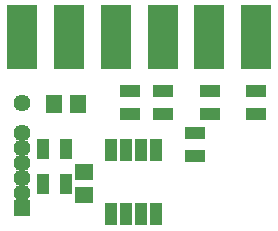
<source format=gbs>
G04 #@! TF.FileFunction,Soldermask,Bot*
%FSLAX46Y46*%
G04 Gerber Fmt 4.6, Leading zero omitted, Abs format (unit mm)*
G04 Created by KiCad (PCBNEW 4.0.5) date 11/08/17 13:58:34*
%MOMM*%
%LPD*%
G01*
G04 APERTURE LIST*
%ADD10C,0.100000*%
%ADD11R,1.000000X1.950000*%
%ADD12R,1.400000X1.650000*%
%ADD13R,1.650000X1.400000*%
%ADD14R,1.700000X1.100000*%
%ADD15R,1.441400X1.441400*%
%ADD16C,1.441400*%
%ADD17R,1.100000X1.700000*%
%ADD18R,2.650000X5.400000*%
G04 APERTURE END LIST*
D10*
D11*
X186690000Y-57691000D03*
X185420000Y-57691000D03*
X184150000Y-57691000D03*
X182880000Y-57691000D03*
X182880000Y-52291000D03*
X184150000Y-52291000D03*
X185420000Y-52291000D03*
X186690000Y-52291000D03*
D12*
X180086000Y-48387000D03*
X178086000Y-48387000D03*
D13*
X180594000Y-54118000D03*
X180594000Y-56118000D03*
D14*
X184531000Y-49210000D03*
X184531000Y-47310000D03*
X187325000Y-49210000D03*
X187325000Y-47310000D03*
X191262000Y-49210000D03*
X191262000Y-47310000D03*
X195199000Y-49210000D03*
X195199000Y-47310000D03*
X189992000Y-52766000D03*
X189992000Y-50866000D03*
D15*
X175387000Y-57150000D03*
D16*
X175387000Y-55880000D03*
X175387000Y-54610000D03*
X175387000Y-53340000D03*
X175387000Y-52070000D03*
X175387000Y-50800000D03*
X175387000Y-48260000D03*
D17*
X179070000Y-55118000D03*
X177170000Y-55118000D03*
X179070000Y-52197000D03*
X177170000Y-52197000D03*
D18*
X175387000Y-42746000D03*
X179349400Y-42746000D03*
X183311800Y-42746000D03*
X187274200Y-42746000D03*
X191236600Y-42746000D03*
X195199000Y-42746000D03*
M02*

</source>
